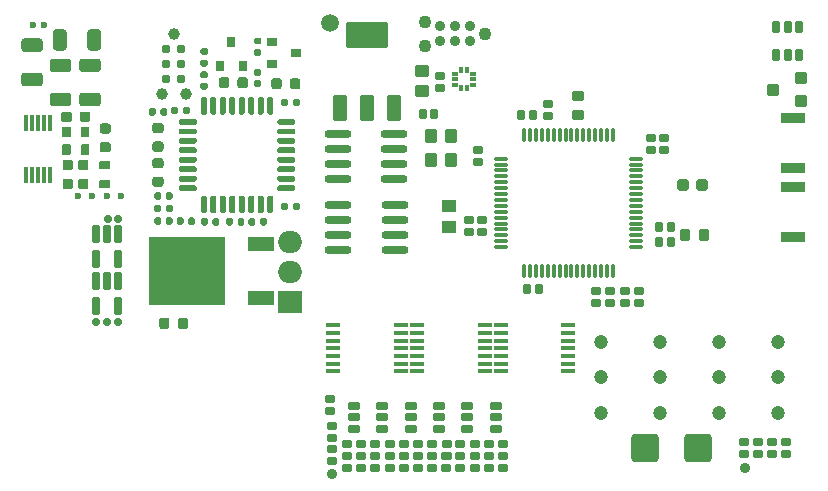
<source format=gts>
G75*
G70*
%OFA0B0*%
%FSLAX25Y25*%
%IPPOS*%
%LPD*%
%AMOC8*
5,1,8,0,0,1.08239X$1,22.5*
%
%AMM16*
21,1,0.031500,0.018900,0.000000,0.000000,0.000000*
21,1,0.022840,0.027560,0.000000,0.000000,0.000000*
1,1,0.008660,0.011420,-0.009450*
1,1,0.008660,-0.011420,-0.009450*
1,1,0.008660,-0.011420,0.009450*
1,1,0.008660,0.011420,0.009450*
%
%AMM17*
21,1,0.031500,0.030710,0.000000,0.000000,0.000000*
21,1,0.022050,0.040160,0.000000,0.000000,0.000000*
1,1,0.009450,0.011020,-0.015350*
1,1,0.009450,-0.011020,-0.015350*
1,1,0.009450,-0.011020,0.015350*
1,1,0.009450,0.011020,0.015350*
%
%AMM18*
21,1,0.031500,0.018900,0.000000,0.000000,90.000000*
21,1,0.022840,0.027560,0.000000,0.000000,90.000000*
1,1,0.008660,0.009450,0.011420*
1,1,0.008660,0.009450,-0.011420*
1,1,0.008660,-0.009450,-0.011420*
1,1,0.008660,-0.009450,0.011420*
%
%AMM19*
21,1,0.037400,0.026770,0.000000,0.000000,0.000000*
21,1,0.026770,0.037400,0.000000,0.000000,0.000000*
1,1,0.010630,0.013390,-0.013390*
1,1,0.010630,-0.013390,-0.013390*
1,1,0.010630,-0.013390,0.013390*
1,1,0.010630,0.013390,0.013390*
%
%AMM20*
21,1,0.031500,0.030710,0.000000,0.000000,90.000000*
21,1,0.022050,0.040160,0.000000,0.000000,90.000000*
1,1,0.009450,0.015350,0.011020*
1,1,0.009450,0.015350,-0.011020*
1,1,0.009450,-0.015350,-0.011020*
1,1,0.009450,-0.015350,0.011020*
%
%AMM21*
21,1,0.039370,0.030320,0.000000,0.000000,90.000000*
21,1,0.028350,0.041340,0.000000,0.000000,90.000000*
1,1,0.011020,0.015160,0.014170*
1,1,0.011020,0.015160,-0.014170*
1,1,0.011020,-0.015160,-0.014170*
1,1,0.011020,-0.015160,0.014170*
%
%AMM22*
21,1,0.047240,0.075980,0.000000,0.000000,0.000000*
21,1,0.034650,0.088580,0.000000,0.000000,0.000000*
1,1,0.012600,0.017320,-0.037990*
1,1,0.012600,-0.017320,-0.037990*
1,1,0.012600,-0.017320,0.037990*
1,1,0.012600,0.017320,0.037990*
%
%AMM23*
21,1,0.047240,0.075990,0.000000,0.000000,0.000000*
21,1,0.034650,0.088580,0.000000,0.000000,0.000000*
1,1,0.012600,0.017320,-0.037990*
1,1,0.012600,-0.017320,-0.037990*
1,1,0.012600,-0.017320,0.037990*
1,1,0.012600,0.017320,0.037990*
%
%AMM24*
21,1,0.141730,0.067720,0.000000,0.000000,0.000000*
21,1,0.120870,0.088580,0.000000,0.000000,0.000000*
1,1,0.020870,0.060430,-0.033860*
1,1,0.020870,-0.060430,-0.033860*
1,1,0.020870,-0.060430,0.033860*
1,1,0.020870,0.060430,0.033860*
%
%AMM25*
21,1,0.043310,0.035430,0.000000,0.000000,0.000000*
21,1,0.031500,0.047240,0.000000,0.000000,0.000000*
1,1,0.011810,0.015750,-0.017720*
1,1,0.011810,-0.015750,-0.017720*
1,1,0.011810,-0.015750,0.017720*
1,1,0.011810,0.015750,0.017720*
%
%AMM26*
21,1,0.027560,0.030710,0.000000,0.000000,180.000000*
21,1,0.018900,0.039370,0.000000,0.000000,180.000000*
1,1,0.008660,-0.009450,0.015350*
1,1,0.008660,0.009450,0.015350*
1,1,0.008660,0.009450,-0.015350*
1,1,0.008660,-0.009450,-0.015350*
%
%AMM27*
21,1,0.027560,0.030710,0.000000,0.000000,270.000000*
21,1,0.018900,0.039370,0.000000,0.000000,270.000000*
1,1,0.008660,-0.015350,-0.009450*
1,1,0.008660,-0.015350,0.009450*
1,1,0.008660,0.015350,0.009450*
1,1,0.008660,0.015350,-0.009450*
%
%AMM28*
21,1,0.090550,0.073230,0.000000,0.000000,180.000000*
21,1,0.069290,0.094490,0.000000,0.000000,180.000000*
1,1,0.021260,-0.034650,0.036610*
1,1,0.021260,0.034650,0.036610*
1,1,0.021260,0.034650,-0.036610*
1,1,0.021260,-0.034650,-0.036610*
%
%AMM29*
21,1,0.035430,0.072440,0.000000,0.000000,90.000000*
21,1,0.025200,0.082680,0.000000,0.000000,90.000000*
1,1,0.010240,0.036220,0.012600*
1,1,0.010240,0.036220,-0.012600*
1,1,0.010240,-0.036220,-0.012600*
1,1,0.010240,-0.036220,0.012600*
%
%AMM30*
21,1,0.043310,0.035430,0.000000,0.000000,270.000000*
21,1,0.031500,0.047240,0.000000,0.000000,270.000000*
1,1,0.011810,-0.017720,-0.015750*
1,1,0.011810,-0.017720,0.015750*
1,1,0.011810,0.017720,0.015750*
1,1,0.011810,0.017720,-0.015750*
%
%AMM87*
21,1,0.027170,0.052760,0.000000,-0.000000,180.000000*
21,1,0.017320,0.062600,0.000000,-0.000000,180.000000*
1,1,0.009840,-0.008660,0.026380*
1,1,0.009840,0.008660,0.026380*
1,1,0.009840,0.008660,-0.026380*
1,1,0.009840,-0.008660,-0.026380*
%
%ADD10C,0.02362*%
%ADD100C,0.04294*%
%ADD101C,0.05906*%
%ADD138R,0.03543X0.03150*%
%ADD140C,0.05118*%
%ADD142R,0.03150X0.03543*%
%ADD172C,0.02913*%
%ADD180R,0.08661X0.04724*%
%ADD181R,0.25197X0.22835*%
%ADD182R,0.07874X0.07500*%
%ADD183O,0.07874X0.07500*%
%ADD187R,0.01181X0.05512*%
%ADD209M87*%
%ADD68C,0.03100*%
%ADD73C,0.03900*%
%ADD75M16*%
%ADD76R,0.04724X0.04331*%
%ADD77M17*%
%ADD78M18*%
%ADD79O,0.05118X0.01378*%
%ADD80O,0.01378X0.05118*%
%ADD81M19*%
%ADD82M20*%
%ADD83O,0.09055X0.02756*%
%ADD84M21*%
%ADD85M22*%
%ADD86M23*%
%ADD87M24*%
%ADD88M25*%
%ADD89M26*%
%ADD90C,0.03494*%
%ADD91M27*%
%ADD92M28*%
%ADD93C,0.03543*%
%ADD94M29*%
%ADD95O,0.04724X0.01575*%
%ADD96R,0.01870X0.01772*%
%ADD97R,0.01772X0.01870*%
%ADD98M30*%
%ADD99C,0.04724*%
X0000000Y0000000D02*
%LPD*%
G01*
D10*
X0118819Y0211929D03*
X0114094Y0211929D03*
X0123543Y0211929D03*
X0128268Y0211929D03*
X0102835Y0268720D03*
X0098898Y0268720D03*
X0127480Y0170000D03*
X0123740Y0170000D03*
X0120000Y0170000D03*
X0123937Y0204252D03*
X0127480Y0204252D03*
X0193858Y0116063D02*
G01*
G75*
D75*
X0244252Y0203858D02*
D03*
X0244252Y0199921D02*
D03*
X0198582Y0127480D02*
D03*
X0198582Y0123543D02*
D03*
X0345433Y0129843D02*
D03*
X0345433Y0125906D02*
D03*
X0336181Y0125946D02*
D03*
X0336181Y0129883D02*
D03*
X0340708Y0129883D02*
D03*
X0340708Y0125946D02*
D03*
X0247303Y0223150D02*
D03*
X0247303Y0227087D02*
D03*
X0300997Y0176102D02*
D03*
X0300997Y0180039D02*
D03*
X0248779Y0199921D02*
D03*
X0248779Y0203858D02*
D03*
X0296220Y0176102D02*
D03*
X0296220Y0180039D02*
D03*
X0291496Y0180039D02*
D03*
X0291496Y0176102D02*
D03*
X0286771Y0180039D02*
D03*
X0286771Y0176102D02*
D03*
X0270630Y0238563D02*
D03*
X0270630Y0242500D02*
D03*
X0305079Y0231220D02*
D03*
X0305079Y0227284D02*
D03*
X0309409Y0227284D02*
D03*
X0309409Y0231220D02*
D03*
X0241496Y0125118D02*
D03*
X0241496Y0121181D02*
D03*
X0255669Y0125118D02*
D03*
X0255669Y0121181D02*
D03*
X0349960Y0129843D02*
D03*
X0349960Y0125906D02*
D03*
X0198189Y0144213D02*
D03*
X0198189Y0140276D02*
D03*
X0203701Y0125118D02*
D03*
X0203701Y0129055D02*
D03*
X0208425Y0125118D02*
D03*
X0208425Y0129055D02*
D03*
X0213149Y0125118D02*
D03*
X0213149Y0129055D02*
D03*
X0217874Y0125118D02*
D03*
X0217874Y0129055D02*
D03*
X0203701Y0125118D02*
D03*
X0203701Y0121181D02*
D03*
X0208425Y0125118D02*
D03*
X0208425Y0121181D02*
D03*
X0213149Y0125118D02*
D03*
X0213149Y0121181D02*
D03*
X0217874Y0125118D02*
D03*
X0217874Y0121181D02*
D03*
X0222598Y0125118D02*
D03*
X0222598Y0129055D02*
D03*
X0227323Y0125118D02*
D03*
X0227323Y0129055D02*
D03*
X0232047Y0125118D02*
D03*
X0232047Y0129055D02*
D03*
X0236889Y0125118D02*
D03*
X0236889Y0129055D02*
D03*
X0222598Y0125118D02*
D03*
X0222598Y0121181D02*
D03*
X0227323Y0125118D02*
D03*
X0227323Y0121181D02*
D03*
X0232047Y0125118D02*
D03*
X0232047Y0121181D02*
D03*
X0236771Y0125118D02*
D03*
X0236771Y0121181D02*
D03*
X0241496Y0125118D02*
D03*
X0241496Y0129055D02*
D03*
X0246220Y0125118D02*
D03*
X0246220Y0129055D02*
D03*
X0250945Y0125118D02*
D03*
X0250945Y0129055D02*
D03*
X0255669Y0125118D02*
D03*
X0255669Y0129055D02*
D03*
X0246220Y0125118D02*
D03*
X0246220Y0121181D02*
D03*
X0250945Y0125118D02*
D03*
X0250945Y0121181D02*
D03*
X0198582Y0135157D02*
D03*
X0198582Y0131220D02*
D03*
X0234803Y0247953D02*
D03*
X0234803Y0251890D02*
D03*
D76*
X0237756Y0201693D02*
D03*
X0237756Y0208386D02*
D03*
D77*
X0316299Y0198740D02*
D03*
X0322598Y0198740D02*
D03*
D78*
X0263740Y0181024D02*
D03*
X0267677Y0181024D02*
D03*
X0265708Y0238898D02*
D03*
X0261771Y0238898D02*
D03*
X0311771Y0196378D02*
D03*
X0307834Y0196378D02*
D03*
X0311771Y0201496D02*
D03*
X0307834Y0201496D02*
D03*
X0228897Y0239291D02*
D03*
X0232834Y0239291D02*
D03*
D79*
X0254882Y0224331D02*
D03*
X0254882Y0222362D02*
D03*
X0254882Y0220394D02*
D03*
X0254882Y0218425D02*
D03*
X0254882Y0216457D02*
D03*
X0254882Y0214488D02*
D03*
X0254882Y0212520D02*
D03*
X0254882Y0210551D02*
D03*
X0254882Y0208583D02*
D03*
X0254882Y0206614D02*
D03*
X0254882Y0204646D02*
D03*
X0254882Y0202677D02*
D03*
X0254882Y0200709D02*
D03*
X0254882Y0198740D02*
D03*
X0254882Y0196772D02*
D03*
X0254882Y0194803D02*
D03*
X0300157Y0194803D02*
D03*
X0300157Y0196772D02*
D03*
X0300157Y0198740D02*
D03*
X0300157Y0200709D02*
D03*
X0300157Y0202677D02*
D03*
X0300157Y0204646D02*
D03*
X0300157Y0206614D02*
D03*
X0300157Y0208583D02*
D03*
X0300157Y0210551D02*
D03*
X0300157Y0212520D02*
D03*
X0300157Y0214488D02*
D03*
X0300157Y0216457D02*
D03*
X0300157Y0218425D02*
D03*
X0300157Y0220394D02*
D03*
X0300157Y0222362D02*
D03*
X0300157Y0224331D02*
D03*
D80*
X0262756Y0186929D02*
D03*
X0264724Y0186929D02*
D03*
X0266693Y0186929D02*
D03*
X0268661Y0186929D02*
D03*
X0270630Y0186929D02*
D03*
X0272598Y0186929D02*
D03*
X0274567Y0186929D02*
D03*
X0276535Y0186929D02*
D03*
X0278504Y0186929D02*
D03*
X0280472Y0186929D02*
D03*
X0282441Y0186929D02*
D03*
X0284409Y0186929D02*
D03*
X0286378Y0186929D02*
D03*
X0288346Y0186929D02*
D03*
X0290315Y0186929D02*
D03*
X0292283Y0186929D02*
D03*
X0292283Y0232205D02*
D03*
X0290315Y0232205D02*
D03*
X0288346Y0232205D02*
D03*
X0286378Y0232205D02*
D03*
X0284409Y0232205D02*
D03*
X0282441Y0232205D02*
D03*
X0280472Y0232205D02*
D03*
X0278504Y0232205D02*
D03*
X0276535Y0232205D02*
D03*
X0274567Y0232205D02*
D03*
X0272598Y0232205D02*
D03*
X0270630Y0232205D02*
D03*
X0268661Y0232205D02*
D03*
X0266693Y0232205D02*
D03*
X0264724Y0232205D02*
D03*
X0262756Y0232205D02*
D03*
D81*
X0315708Y0215669D02*
D03*
X0321929Y0215669D02*
D03*
D82*
X0280669Y0245197D02*
D03*
X0280669Y0238898D02*
D03*
D83*
X0219646Y0193996D02*
D03*
X0219646Y0198996D02*
D03*
X0219646Y0203996D02*
D03*
X0219646Y0208996D02*
D03*
X0200748Y0193996D02*
D03*
X0200748Y0198996D02*
D03*
X0200748Y0203996D02*
D03*
X0200748Y0208996D02*
D03*
X0200551Y0232620D02*
D03*
X0200551Y0227620D02*
D03*
X0200551Y0222620D02*
D03*
X0200551Y0217620D02*
D03*
X0219449Y0232620D02*
D03*
X0219449Y0227620D02*
D03*
X0219449Y0222620D02*
D03*
X0219449Y0217620D02*
D03*
D84*
X0354888Y0243575D02*
D03*
X0345636Y0247315D02*
D03*
D84*
X0354888Y0251055D02*
D03*
D85*
X0201338Y0241260D02*
D03*
X0219449Y0241260D02*
D03*
D86*
X0210393Y0241260D02*
D03*
D87*
X0210393Y0265669D02*
D03*
D88*
X0231653Y0232008D02*
D03*
X0238346Y0232008D02*
D03*
X0231653Y0223740D02*
D03*
X0238346Y0223740D02*
D03*
D89*
X0354289Y0268202D02*
D03*
X0350549Y0268202D02*
D03*
X0346808Y0268202D02*
D03*
X0346808Y0258753D02*
D03*
X0350549Y0258753D02*
D03*
X0354289Y0258753D02*
D03*
D90*
X0244606Y0268504D02*
D03*
X0244606Y0263504D02*
D03*
X0239606Y0268504D02*
D03*
X0239606Y0263504D02*
D03*
X0234606Y0268504D02*
D03*
X0234606Y0263504D02*
D03*
D91*
X0253307Y0141850D02*
D03*
X0253307Y0138110D02*
D03*
X0253307Y0134370D02*
D03*
X0243858Y0134370D02*
D03*
X0243858Y0138110D02*
D03*
X0243858Y0141850D02*
D03*
X0215512Y0141850D02*
D03*
X0215512Y0138110D02*
D03*
X0215512Y0134370D02*
D03*
X0206063Y0134370D02*
D03*
X0206063Y0138110D02*
D03*
X0206063Y0141850D02*
D03*
X0234409Y0141850D02*
D03*
X0234409Y0138110D02*
D03*
X0234409Y0134370D02*
D03*
X0224960Y0134370D02*
D03*
X0224960Y0138110D02*
D03*
X0224960Y0141850D02*
D03*
D92*
X0320827Y0127874D02*
D03*
X0303110Y0127874D02*
D03*
D93*
X0336260Y0121181D02*
D03*
X0198582Y0119213D02*
D03*
D94*
X0352519Y0237716D02*
D03*
X0352519Y0221181D02*
D03*
X0352519Y0198347D02*
D03*
X0352519Y0214882D02*
D03*
D95*
X0249567Y0153465D02*
D03*
X0249567Y0156024D02*
D03*
X0249567Y0158583D02*
D03*
X0249567Y0161142D02*
D03*
X0249567Y0163701D02*
D03*
X0249567Y0166260D02*
D03*
X0249567Y0168819D02*
D03*
X0227126Y0153465D02*
D03*
X0227126Y0156024D02*
D03*
X0227126Y0158583D02*
D03*
X0227126Y0161142D02*
D03*
X0227126Y0163701D02*
D03*
X0227126Y0166260D02*
D03*
X0227126Y0168819D02*
D03*
X0221614Y0153465D02*
D03*
X0221614Y0156024D02*
D03*
X0221614Y0158583D02*
D03*
X0221614Y0161142D02*
D03*
X0221614Y0163701D02*
D03*
X0221614Y0166260D02*
D03*
X0221614Y0168819D02*
D03*
X0199173Y0153465D02*
D03*
X0199173Y0156024D02*
D03*
X0199173Y0158583D02*
D03*
X0199173Y0161142D02*
D03*
X0199173Y0163701D02*
D03*
X0199173Y0166260D02*
D03*
X0199173Y0168819D02*
D03*
X0277519Y0153465D02*
D03*
X0277519Y0156024D02*
D03*
X0277519Y0158583D02*
D03*
X0277519Y0161142D02*
D03*
X0277519Y0163701D02*
D03*
X0277519Y0166260D02*
D03*
X0277519Y0168819D02*
D03*
X0255079Y0153465D02*
D03*
X0255079Y0156024D02*
D03*
X0255079Y0158583D02*
D03*
X0255079Y0161142D02*
D03*
X0255079Y0163701D02*
D03*
X0255079Y0166260D02*
D03*
X0255079Y0168819D02*
D03*
D96*
X0239675Y0248740D02*
D03*
X0239675Y0250709D02*
D03*
X0239675Y0252677D02*
D03*
X0245679Y0252677D02*
D03*
X0245679Y0250709D02*
D03*
X0245679Y0248740D02*
D03*
D97*
X0241693Y0253711D02*
D03*
X0243661Y0253711D02*
D03*
X0243661Y0247707D02*
D03*
X0241693Y0247707D02*
D03*
D98*
X0228799Y0246772D02*
D03*
X0228799Y0253465D02*
D03*
D99*
X0327716Y0151496D02*
D03*
X0347401Y0151496D02*
D03*
X0288346Y0139685D02*
D03*
X0308031Y0151496D02*
D03*
X0288346Y0151496D02*
D03*
X0347401Y0163307D02*
D03*
X0327716Y0163307D02*
D03*
X0308031Y0163307D02*
D03*
X0288346Y0163307D02*
D03*
X0308031Y0139685D02*
D03*
X0347401Y0139685D02*
D03*
X0327716Y0139685D02*
D03*
D100*
X0249606Y0266004D02*
D03*
X0229606Y0262004D02*
D03*
X0229606Y0270004D02*
D03*
D101*
X0198189Y0269606D02*
D03*
X0135157Y0270197D02*
%LPD*%
G01*
G36*
G01*
X0170866Y0202589D02*
X0170866Y0203947D01*
G75*
G02*
X0171446Y0204528I0000581J0000000D01*
G01*
X0172608Y0204528D01*
G75*
G02*
X0173188Y0203947I0000000J-000581D01*
G01*
X0173188Y0202589D01*
G75*
G02*
X0172608Y0202008I-000581J0000000D01*
G01*
X0171446Y0202008D01*
G75*
G02*
X0170866Y0202589I0000000J0000581D01*
G01*
G37*
G36*
G01*
X0174685Y0202589D02*
X0174685Y0203947D01*
G75*
G02*
X0175265Y0204528I0000581J0000000D01*
G01*
X0176427Y0204528D01*
G75*
G02*
X0177007Y0203947I0000000J-000581D01*
G01*
X0177007Y0202589D01*
G75*
G02*
X0176427Y0202008I-000581J0000000D01*
G01*
X0175265Y0202008D01*
G75*
G02*
X0174685Y0202589I0000000J0000581D01*
G01*
G37*
G36*
G01*
X0155442Y0261162D02*
X0156801Y0261162D01*
G75*
G02*
X0157381Y0260581I0000000J-000581D01*
G01*
X0157381Y0259419D01*
G75*
G02*
X0156801Y0258839I-000581J0000000D01*
G01*
X0155442Y0258839D01*
G75*
G02*
X0154862Y0259419I0000000J0000581D01*
G01*
X0154862Y0260581D01*
G75*
G02*
X0155442Y0261162I0000581J0000000D01*
G01*
G37*
G36*
G01*
X0155442Y0257343D02*
X0156801Y0257343D01*
G75*
G02*
X0157381Y0256762I0000000J-000581D01*
G01*
X0157381Y0255601D01*
G75*
G02*
X0156801Y0255020I-000581J0000000D01*
G01*
X0155442Y0255020D01*
G75*
G02*
X0154862Y0255601I0000000J0000581D01*
G01*
X0154862Y0256762D01*
G75*
G02*
X0155442Y0257343I0000581J0000000D01*
G01*
G37*
G36*
G01*
X0170639Y0250635D02*
X0170639Y0248617D01*
G75*
G02*
X0169778Y0247756I-000861J0000000D01*
G01*
X0168056Y0247756D01*
G75*
G02*
X0167194Y0248617I0000000J0000861D01*
G01*
X0167194Y0250635D01*
G75*
G02*
X0168056Y0251496I0000861J0000000D01*
G01*
X0169778Y0251496D01*
G75*
G02*
X0170639Y0250635I0000000J-000861D01*
G01*
G37*
G36*
G01*
X0164438Y0250635D02*
X0164438Y0248617D01*
G75*
G02*
X0163577Y0247756I-000861J0000000D01*
G01*
X0161855Y0247756D01*
G75*
G02*
X0160994Y0248617I0000000J0000861D01*
G01*
X0160994Y0250635D01*
G75*
G02*
X0161855Y0251496I0000861J0000000D01*
G01*
X0163577Y0251496D01*
G75*
G02*
X0164438Y0250635I0000000J-000861D01*
G01*
G37*
G36*
G01*
X0145610Y0204144D02*
X0145610Y0202786D01*
G75*
G02*
X0145029Y0202205I-000581J0000000D01*
G01*
X0143868Y0202205D01*
G75*
G02*
X0143287Y0202786I0000000J0000581D01*
G01*
X0143287Y0204144D01*
G75*
G02*
X0143868Y0204725I0000581J0000000D01*
G01*
X0145029Y0204725D01*
G75*
G02*
X0145610Y0204144I0000000J-000581D01*
G01*
G37*
G36*
G01*
X0141791Y0204144D02*
X0141791Y0202786D01*
G75*
G02*
X0141210Y0202205I-000581J0000000D01*
G01*
X0140049Y0202205D01*
G75*
G02*
X0139468Y0202786I0000000J0000581D01*
G01*
X0139468Y0204144D01*
G75*
G02*
X0140049Y0204725I0000581J0000000D01*
G01*
X0141210Y0204725D01*
G75*
G02*
X0141791Y0204144I0000000J-000581D01*
G01*
G37*
D142*
X0161437Y0255335D03*
X0168917Y0255335D03*
X0165177Y0263209D03*
G36*
G01*
X0145610Y0208327D02*
X0145610Y0206969D01*
G75*
G02*
X0145029Y0206388I-000581J0000000D01*
G01*
X0143868Y0206388D01*
G75*
G02*
X0143287Y0206969I0000000J0000581D01*
G01*
X0143287Y0208327D01*
G75*
G02*
X0143868Y0208908I0000581J0000000D01*
G01*
X0145029Y0208908D01*
G75*
G02*
X0145610Y0208327I0000000J-000581D01*
G01*
G37*
G36*
G01*
X0141791Y0208327D02*
X0141791Y0206969D01*
G75*
G02*
X0141210Y0206388I-000581J0000000D01*
G01*
X0140049Y0206388D01*
G75*
G02*
X0139468Y0206969I0000000J0000581D01*
G01*
X0139468Y0208327D01*
G75*
G02*
X0140049Y0208908I0000581J0000000D01*
G01*
X0141210Y0208908D01*
G75*
G02*
X0141791Y0208327I0000000J-000581D01*
G01*
G37*
G36*
G01*
X0169527Y0203947D02*
X0169527Y0202589D01*
G75*
G02*
X0168946Y0202008I-000581J0000000D01*
G01*
X0167785Y0202008D01*
G75*
G02*
X0167204Y0202589I0000000J0000581D01*
G01*
X0167204Y0203947D01*
G75*
G02*
X0167785Y0204528I0000581J0000000D01*
G01*
X0168946Y0204528D01*
G75*
G02*
X0169527Y0203947I0000000J-000581D01*
G01*
G37*
G36*
G01*
X0165708Y0203947D02*
X0165708Y0202589D01*
G75*
G02*
X0165127Y0202008I-000581J0000000D01*
G01*
X0163966Y0202008D01*
G75*
G02*
X0163385Y0202589I0000000J0000581D01*
G01*
X0163385Y0203947D01*
G75*
G02*
X0163966Y0204528I0000581J0000000D01*
G01*
X0165127Y0204528D01*
G75*
G02*
X0165708Y0203947I0000000J-000581D01*
G01*
G37*
G36*
G01*
X0181791Y0207707D02*
X0181791Y0209065D01*
G75*
G02*
X0182372Y0209646I0000581J0000000D01*
G01*
X0183533Y0209646D01*
G75*
G02*
X0184114Y0209065I0000000J-000581D01*
G01*
X0184114Y0207707D01*
G75*
G02*
X0183533Y0207126I-000581J0000000D01*
G01*
X0182372Y0207126D01*
G75*
G02*
X0181791Y0207707I0000000J0000581D01*
G01*
G37*
G36*
G01*
X0185610Y0207707D02*
X0185610Y0209065D01*
G75*
G02*
X0186190Y0209646I0000581J0000000D01*
G01*
X0187352Y0209646D01*
G75*
G02*
X0187933Y0209065I0000000J-000581D01*
G01*
X0187933Y0207707D01*
G75*
G02*
X0187352Y0207126I-000581J0000000D01*
G01*
X0186190Y0207126D01*
G75*
G02*
X0185610Y0207707I0000000J0000581D01*
G01*
G37*
G36*
G01*
X0155019Y0202589D02*
X0155019Y0203947D01*
G75*
G02*
X0155600Y0204528I0000581J0000000D01*
G01*
X0156761Y0204528D01*
G75*
G02*
X0157342Y0203947I0000000J-000581D01*
G01*
X0157342Y0202589D01*
G75*
G02*
X0156761Y0202008I-000581J0000000D01*
G01*
X0155600Y0202008D01*
G75*
G02*
X0155019Y0202589I0000000J0000581D01*
G01*
G37*
G36*
G01*
X0158838Y0202589D02*
X0158838Y0203947D01*
G75*
G02*
X0159419Y0204528I0000581J0000000D01*
G01*
X0160580Y0204528D01*
G75*
G02*
X0161161Y0203947I0000000J-000581D01*
G01*
X0161161Y0202589D01*
G75*
G02*
X0160580Y0202008I-000581J0000000D01*
G01*
X0159419Y0202008D01*
G75*
G02*
X0158838Y0202589I0000000J0000581D01*
G01*
G37*
G36*
G01*
X0181791Y0242353D02*
X0181791Y0243711D01*
G75*
G02*
X0182372Y0244291I0000581J0000000D01*
G01*
X0183533Y0244291D01*
G75*
G02*
X0184114Y0243711I0000000J-000581D01*
G01*
X0184114Y0242353D01*
G75*
G02*
X0183533Y0241772I-000581J0000000D01*
G01*
X0182372Y0241772D01*
G75*
G02*
X0181791Y0242353I0000000J0000581D01*
G01*
G37*
G36*
G01*
X0185610Y0242353D02*
X0185610Y0243711D01*
G75*
G02*
X0186190Y0244291I0000581J0000000D01*
G01*
X0187352Y0244291D01*
G75*
G02*
X0187933Y0243711I0000000J-000581D01*
G01*
X0187933Y0242353D01*
G75*
G02*
X0187352Y0241772I-000581J0000000D01*
G01*
X0186190Y0241772D01*
G75*
G02*
X0185610Y0242353I0000000J0000581D01*
G01*
G37*
D180*
X0175118Y0177914D03*
D140*
X0146771Y0179016D03*
X0158582Y0186890D03*
X0146771Y0194764D03*
D181*
X0150314Y0186890D03*
D180*
X0175118Y0195866D03*
G36*
G01*
X0155344Y0253386D02*
X0156702Y0253386D01*
G75*
G02*
X0157283Y0252805I0000000J-000581D01*
G01*
X0157283Y0251644D01*
G75*
G02*
X0156702Y0251063I-000581J0000000D01*
G01*
X0155344Y0251063D01*
G75*
G02*
X0154763Y0251644I0000000J0000581D01*
G01*
X0154763Y0252805D01*
G75*
G02*
X0155344Y0253386I0000581J0000000D01*
G01*
G37*
G36*
G01*
X0155344Y0249567D02*
X0156702Y0249567D01*
G75*
G02*
X0157283Y0248986I0000000J-000581D01*
G01*
X0157283Y0247825D01*
G75*
G02*
X0156702Y0247244I-000581J0000000D01*
G01*
X0155344Y0247244D01*
G75*
G02*
X0154763Y0247825I0000000J0000581D01*
G01*
X0154763Y0248986D01*
G75*
G02*
X0155344Y0249567I0000581J0000000D01*
G01*
G37*
G36*
G01*
X0141678Y0214882D02*
X0139660Y0214882D01*
G75*
G02*
X0138799Y0215743I0000000J0000861D01*
G01*
X0138799Y0217466D01*
G75*
G02*
X0139660Y0218327I0000861J0000000D01*
G01*
X0141678Y0218327D01*
G75*
G02*
X0142539Y0217466I0000000J-000861D01*
G01*
X0142539Y0215743D01*
G75*
G02*
X0141678Y0214882I-000861J0000000D01*
G01*
G37*
G36*
G01*
X0141678Y0221083D02*
X0139660Y0221083D01*
G75*
G02*
X0138799Y0221944I0000000J0000861D01*
G01*
X0138799Y0223666D01*
G75*
G02*
X0139660Y0224528I0000861J0000000D01*
G01*
X0141678Y0224528D01*
G75*
G02*
X0142539Y0223666I0000000J-000861D01*
G01*
X0142539Y0221944D01*
G75*
G02*
X0141678Y0221083I-000861J0000000D01*
G01*
G37*
G36*
G01*
X0145610Y0212510D02*
X0145610Y0211152D01*
G75*
G02*
X0145029Y0210571I-000581J0000000D01*
G01*
X0143868Y0210571D01*
G75*
G02*
X0143287Y0211152I0000000J0000581D01*
G01*
X0143287Y0212510D01*
G75*
G02*
X0143868Y0213091I0000581J0000000D01*
G01*
X0145029Y0213091D01*
G75*
G02*
X0145610Y0212510I0000000J-000581D01*
G01*
G37*
G36*
G01*
X0141791Y0212510D02*
X0141791Y0211152D01*
G75*
G02*
X0141210Y0210571I-000581J0000000D01*
G01*
X0140049Y0210571D01*
G75*
G02*
X0139468Y0211152I0000000J0000581D01*
G01*
X0139468Y0212510D01*
G75*
G02*
X0140049Y0213091I0000581J0000000D01*
G01*
X0141210Y0213091D01*
G75*
G02*
X0141791Y0212510I0000000J-000581D01*
G01*
G37*
G36*
G01*
X0141063Y0168401D02*
X0141063Y0170418D01*
G75*
G02*
X0141924Y0171280I0000861J0000000D01*
G01*
X0143646Y0171280D01*
G75*
G02*
X0144507Y0170418I0000000J-000861D01*
G01*
X0144507Y0168401D01*
G75*
G02*
X0143646Y0167540I-000861J0000000D01*
G01*
X0141924Y0167540D01*
G75*
G02*
X0141063Y0168401I0000000J0000861D01*
G01*
G37*
G36*
G01*
X0147263Y0168401D02*
X0147263Y0170418D01*
G75*
G02*
X0148125Y0171280I0000861J0000000D01*
G01*
X0149847Y0171280D01*
G75*
G02*
X0150708Y0170418I0000000J-000861D01*
G01*
X0150708Y0168401D01*
G75*
G02*
X0149847Y0167540I-000861J0000000D01*
G01*
X0148125Y0167540D01*
G75*
G02*
X0147263Y0168401I0000000J0000861D01*
G01*
G37*
G36*
G01*
X0139660Y0236240D02*
X0141678Y0236240D01*
G75*
G02*
X0142539Y0235379I0000000J-000861D01*
G01*
X0142539Y0233657D01*
G75*
G02*
X0141678Y0232795I-000861J0000000D01*
G01*
X0139660Y0232795D01*
G75*
G02*
X0138799Y0233657I0000000J0000861D01*
G01*
X0138799Y0235379D01*
G75*
G02*
X0139660Y0236240I0000861J0000000D01*
G01*
G37*
G36*
G01*
X0139660Y0230040D02*
X0141678Y0230040D01*
G75*
G02*
X0142539Y0229178I0000000J-000861D01*
G01*
X0142539Y0227456D01*
G75*
G02*
X0141678Y0226595I-000861J0000000D01*
G01*
X0139660Y0226595D01*
G75*
G02*
X0138799Y0227456I0000000J0000861D01*
G01*
X0138799Y0229178D01*
G75*
G02*
X0139660Y0230040I0000861J0000000D01*
G01*
G37*
G36*
G01*
X0143838Y0240561D02*
X0143838Y0239203D01*
G75*
G02*
X0143257Y0238622I-000581J0000000D01*
G01*
X0142096Y0238622D01*
G75*
G02*
X0141515Y0239203I0000000J0000581D01*
G01*
X0141515Y0240561D01*
G75*
G02*
X0142096Y0241142I0000581J0000000D01*
G01*
X0143257Y0241142D01*
G75*
G02*
X0143838Y0240561I0000000J-000581D01*
G01*
G37*
G36*
G01*
X0140019Y0240561D02*
X0140019Y0239203D01*
G75*
G02*
X0139438Y0238622I-000581J0000000D01*
G01*
X0138277Y0238622D01*
G75*
G02*
X0137696Y0239203I0000000J0000581D01*
G01*
X0137696Y0240561D01*
G75*
G02*
X0138277Y0241142I0000581J0000000D01*
G01*
X0139438Y0241142D01*
G75*
G02*
X0140019Y0240561I0000000J-000581D01*
G01*
G37*
G36*
G01*
X0156515Y0206122D02*
X0155531Y0206122D01*
G75*
G02*
X0155039Y0206614I0000000J0000492D01*
G01*
X0155039Y0211536D01*
G75*
G02*
X0155531Y0212028I0000492J0000000D01*
G01*
X0156515Y0212028D01*
G75*
G02*
X0157007Y0211536I0000000J-000492D01*
G01*
X0157007Y0206614D01*
G75*
G02*
X0156515Y0206122I-000492J0000000D01*
G01*
G37*
G36*
G01*
X0159665Y0206122D02*
X0158681Y0206122D01*
G75*
G02*
X0158188Y0206614I0000000J0000492D01*
G01*
X0158188Y0211536D01*
G75*
G02*
X0158681Y0212028I0000492J0000000D01*
G01*
X0159665Y0212028D01*
G75*
G02*
X0160157Y0211536I0000000J-000492D01*
G01*
X0160157Y0206614D01*
G75*
G02*
X0159665Y0206122I-000492J0000000D01*
G01*
G37*
G36*
G01*
X0162814Y0206122D02*
X0161830Y0206122D01*
G75*
G02*
X0161338Y0206614I0000000J0000492D01*
G01*
X0161338Y0211536D01*
G75*
G02*
X0161830Y0212028I0000492J0000000D01*
G01*
X0162814Y0212028D01*
G75*
G02*
X0163307Y0211536I0000000J-000492D01*
G01*
X0163307Y0206614D01*
G75*
G02*
X0162814Y0206122I-000492J0000000D01*
G01*
G37*
G36*
G01*
X0165964Y0206122D02*
X0164980Y0206122D01*
G75*
G02*
X0164488Y0206614I0000000J0000492D01*
G01*
X0164488Y0211536D01*
G75*
G02*
X0164980Y0212028I0000492J0000000D01*
G01*
X0165964Y0212028D01*
G75*
G02*
X0166456Y0211536I0000000J-000492D01*
G01*
X0166456Y0206614D01*
G75*
G02*
X0165964Y0206122I-000492J0000000D01*
G01*
G37*
G36*
G01*
X0169114Y0206122D02*
X0168129Y0206122D01*
G75*
G02*
X0167637Y0206614I0000000J0000492D01*
G01*
X0167637Y0211536D01*
G75*
G02*
X0168129Y0212028I0000492J0000000D01*
G01*
X0169114Y0212028D01*
G75*
G02*
X0169606Y0211536I0000000J-000492D01*
G01*
X0169606Y0206614D01*
G75*
G02*
X0169114Y0206122I-000492J0000000D01*
G01*
G37*
G36*
G01*
X0172263Y0206122D02*
X0171279Y0206122D01*
G75*
G02*
X0170787Y0206614I0000000J0000492D01*
G01*
X0170787Y0211536D01*
G75*
G02*
X0171279Y0212028I0000492J0000000D01*
G01*
X0172263Y0212028D01*
G75*
G02*
X0172755Y0211536I0000000J-000492D01*
G01*
X0172755Y0206614D01*
G75*
G02*
X0172263Y0206122I-000492J0000000D01*
G01*
G37*
G36*
G01*
X0175413Y0206122D02*
X0174429Y0206122D01*
G75*
G02*
X0173937Y0206614I0000000J0000492D01*
G01*
X0173937Y0211536D01*
G75*
G02*
X0174429Y0212028I0000492J0000000D01*
G01*
X0175413Y0212028D01*
G75*
G02*
X0175905Y0211536I0000000J-000492D01*
G01*
X0175905Y0206614D01*
G75*
G02*
X0175413Y0206122I-000492J0000000D01*
G01*
G37*
G36*
G01*
X0178563Y0206122D02*
X0177578Y0206122D01*
G75*
G02*
X0177086Y0206614I0000000J0000492D01*
G01*
X0177086Y0211536D01*
G75*
G02*
X0177578Y0212028I0000492J0000000D01*
G01*
X0178563Y0212028D01*
G75*
G02*
X0179055Y0211536I0000000J-000492D01*
G01*
X0179055Y0206614D01*
G75*
G02*
X0178563Y0206122I-000492J0000000D01*
G01*
G37*
G36*
G01*
X0185944Y0213504D02*
X0181023Y0213504D01*
G75*
G02*
X0180531Y0213996I0000000J0000492D01*
G01*
X0180531Y0214980D01*
G75*
G02*
X0181023Y0215473I0000492J0000000D01*
G01*
X0185944Y0215473D01*
G75*
G02*
X0186437Y0214980I0000000J-000492D01*
G01*
X0186437Y0213996D01*
G75*
G02*
X0185944Y0213504I-000492J0000000D01*
G01*
G37*
G36*
G01*
X0185944Y0216654D02*
X0181023Y0216654D01*
G75*
G02*
X0180531Y0217146I0000000J0000492D01*
G01*
X0180531Y0218130D01*
G75*
G02*
X0181023Y0218622I0000492J0000000D01*
G01*
X0185944Y0218622D01*
G75*
G02*
X0186437Y0218130I0000000J-000492D01*
G01*
X0186437Y0217146D01*
G75*
G02*
X0185944Y0216654I-000492J0000000D01*
G01*
G37*
G36*
G01*
X0185944Y0219803D02*
X0181023Y0219803D01*
G75*
G02*
X0180531Y0220295I0000000J0000492D01*
G01*
X0180531Y0221280D01*
G75*
G02*
X0181023Y0221772I0000492J0000000D01*
G01*
X0185944Y0221772D01*
G75*
G02*
X0186437Y0221280I0000000J-000492D01*
G01*
X0186437Y0220295D01*
G75*
G02*
X0185944Y0219803I-000492J0000000D01*
G01*
G37*
G36*
G01*
X0185944Y0222953D02*
X0181023Y0222953D01*
G75*
G02*
X0180531Y0223445I0000000J0000492D01*
G01*
X0180531Y0224429D01*
G75*
G02*
X0181023Y0224921I0000492J0000000D01*
G01*
X0185944Y0224921D01*
G75*
G02*
X0186437Y0224429I0000000J-000492D01*
G01*
X0186437Y0223445D01*
G75*
G02*
X0185944Y0222953I-000492J0000000D01*
G01*
G37*
G36*
G01*
X0185944Y0226103D02*
X0181023Y0226103D01*
G75*
G02*
X0180531Y0226595I0000000J0000492D01*
G01*
X0180531Y0227579D01*
G75*
G02*
X0181023Y0228071I0000492J0000000D01*
G01*
X0185944Y0228071D01*
G75*
G02*
X0186437Y0227579I0000000J-000492D01*
G01*
X0186437Y0226595D01*
G75*
G02*
X0185944Y0226103I-000492J0000000D01*
G01*
G37*
G36*
G01*
X0185944Y0229252D02*
X0181023Y0229252D01*
G75*
G02*
X0180531Y0229744I0000000J0000492D01*
G01*
X0180531Y0230728D01*
G75*
G02*
X0181023Y0231221I0000492J0000000D01*
G01*
X0185944Y0231221D01*
G75*
G02*
X0186437Y0230728I0000000J-000492D01*
G01*
X0186437Y0229744D01*
G75*
G02*
X0185944Y0229252I-000492J0000000D01*
G01*
G37*
G36*
G01*
X0185944Y0232402D02*
X0181023Y0232402D01*
G75*
G02*
X0180531Y0232894I0000000J0000492D01*
G01*
X0180531Y0233878D01*
G75*
G02*
X0181023Y0234370I0000492J0000000D01*
G01*
X0185944Y0234370D01*
G75*
G02*
X0186437Y0233878I0000000J-000492D01*
G01*
X0186437Y0232894D01*
G75*
G02*
X0185944Y0232402I-000492J0000000D01*
G01*
G37*
G36*
G01*
X0185944Y0235551D02*
X0181023Y0235551D01*
G75*
G02*
X0180531Y0236043I0000000J0000492D01*
G01*
X0180531Y0237028D01*
G75*
G02*
X0181023Y0237520I0000492J0000000D01*
G01*
X0185944Y0237520D01*
G75*
G02*
X0186437Y0237028I0000000J-000492D01*
G01*
X0186437Y0236043D01*
G75*
G02*
X0185944Y0235551I-000492J0000000D01*
G01*
G37*
G36*
G01*
X0178563Y0238996D02*
X0177578Y0238996D01*
G75*
G02*
X0177086Y0239488I0000000J0000492D01*
G01*
X0177086Y0244410D01*
G75*
G02*
X0177578Y0244902I0000492J0000000D01*
G01*
X0178563Y0244902D01*
G75*
G02*
X0179055Y0244410I0000000J-000492D01*
G01*
X0179055Y0239488D01*
G75*
G02*
X0178563Y0238996I-000492J0000000D01*
G01*
G37*
G36*
G01*
X0175413Y0238996D02*
X0174429Y0238996D01*
G75*
G02*
X0173937Y0239488I0000000J0000492D01*
G01*
X0173937Y0244410D01*
G75*
G02*
X0174429Y0244902I0000492J0000000D01*
G01*
X0175413Y0244902D01*
G75*
G02*
X0175905Y0244410I0000000J-000492D01*
G01*
X0175905Y0239488D01*
G75*
G02*
X0175413Y0238996I-000492J0000000D01*
G01*
G37*
G36*
G01*
X0172263Y0238996D02*
X0171279Y0238996D01*
G75*
G02*
X0170787Y0239488I0000000J0000492D01*
G01*
X0170787Y0244410D01*
G75*
G02*
X0171279Y0244902I0000492J0000000D01*
G01*
X0172263Y0244902D01*
G75*
G02*
X0172755Y0244410I0000000J-000492D01*
G01*
X0172755Y0239488D01*
G75*
G02*
X0172263Y0238996I-000492J0000000D01*
G01*
G37*
G36*
G01*
X0169114Y0238996D02*
X0168129Y0238996D01*
G75*
G02*
X0167637Y0239488I0000000J0000492D01*
G01*
X0167637Y0244410D01*
G75*
G02*
X0168129Y0244902I0000492J0000000D01*
G01*
X0169114Y0244902D01*
G75*
G02*
X0169606Y0244410I0000000J-000492D01*
G01*
X0169606Y0239488D01*
G75*
G02*
X0169114Y0238996I-000492J0000000D01*
G01*
G37*
G36*
G01*
X0165964Y0238996D02*
X0164980Y0238996D01*
G75*
G02*
X0164488Y0239488I0000000J0000492D01*
G01*
X0164488Y0244410D01*
G75*
G02*
X0164980Y0244902I0000492J0000000D01*
G01*
X0165964Y0244902D01*
G75*
G02*
X0166456Y0244410I0000000J-000492D01*
G01*
X0166456Y0239488D01*
G75*
G02*
X0165964Y0238996I-000492J0000000D01*
G01*
G37*
G36*
G01*
X0162814Y0238996D02*
X0161830Y0238996D01*
G75*
G02*
X0161338Y0239488I0000000J0000492D01*
G01*
X0161338Y0244410D01*
G75*
G02*
X0161830Y0244902I0000492J0000000D01*
G01*
X0162814Y0244902D01*
G75*
G02*
X0163307Y0244410I0000000J-000492D01*
G01*
X0163307Y0239488D01*
G75*
G02*
X0162814Y0238996I-000492J0000000D01*
G01*
G37*
G36*
G01*
X0159665Y0238996D02*
X0158681Y0238996D01*
G75*
G02*
X0158188Y0239488I0000000J0000492D01*
G01*
X0158188Y0244410D01*
G75*
G02*
X0158681Y0244902I0000492J0000000D01*
G01*
X0159665Y0244902D01*
G75*
G02*
X0160157Y0244410I0000000J-000492D01*
G01*
X0160157Y0239488D01*
G75*
G02*
X0159665Y0238996I-000492J0000000D01*
G01*
G37*
G36*
G01*
X0156515Y0238996D02*
X0155531Y0238996D01*
G75*
G02*
X0155039Y0239488I0000000J0000492D01*
G01*
X0155039Y0244410D01*
G75*
G02*
X0155531Y0244902I0000492J0000000D01*
G01*
X0156515Y0244902D01*
G75*
G02*
X0157007Y0244410I0000000J-000492D01*
G01*
X0157007Y0239488D01*
G75*
G02*
X0156515Y0238996I-000492J0000000D01*
G01*
G37*
G36*
G01*
X0153070Y0235551D02*
X0148149Y0235551D01*
G75*
G02*
X0147657Y0236043I0000000J0000492D01*
G01*
X0147657Y0237028D01*
G75*
G02*
X0148149Y0237520I0000492J0000000D01*
G01*
X0153070Y0237520D01*
G75*
G02*
X0153563Y0237028I0000000J-000492D01*
G01*
X0153563Y0236043D01*
G75*
G02*
X0153070Y0235551I-000492J0000000D01*
G01*
G37*
G36*
G01*
X0153070Y0232402D02*
X0148149Y0232402D01*
G75*
G02*
X0147657Y0232894I0000000J0000492D01*
G01*
X0147657Y0233878D01*
G75*
G02*
X0148149Y0234370I0000492J0000000D01*
G01*
X0153070Y0234370D01*
G75*
G02*
X0153563Y0233878I0000000J-000492D01*
G01*
X0153563Y0232894D01*
G75*
G02*
X0153070Y0232402I-000492J0000000D01*
G01*
G37*
G36*
G01*
X0153070Y0229252D02*
X0148149Y0229252D01*
G75*
G02*
X0147657Y0229744I0000000J0000492D01*
G01*
X0147657Y0230728D01*
G75*
G02*
X0148149Y0231221I0000492J0000000D01*
G01*
X0153070Y0231221D01*
G75*
G02*
X0153563Y0230728I0000000J-000492D01*
G01*
X0153563Y0229744D01*
G75*
G02*
X0153070Y0229252I-000492J0000000D01*
G01*
G37*
G36*
G01*
X0153070Y0226103D02*
X0148149Y0226103D01*
G75*
G02*
X0147657Y0226595I0000000J0000492D01*
G01*
X0147657Y0227579D01*
G75*
G02*
X0148149Y0228071I0000492J0000000D01*
G01*
X0153070Y0228071D01*
G75*
G02*
X0153563Y0227579I0000000J-000492D01*
G01*
X0153563Y0226595D01*
G75*
G02*
X0153070Y0226103I-000492J0000000D01*
G01*
G37*
G36*
G01*
X0153070Y0222953D02*
X0148149Y0222953D01*
G75*
G02*
X0147657Y0223445I0000000J0000492D01*
G01*
X0147657Y0224429D01*
G75*
G02*
X0148149Y0224921I0000492J0000000D01*
G01*
X0153070Y0224921D01*
G75*
G02*
X0153563Y0224429I0000000J-000492D01*
G01*
X0153563Y0223445D01*
G75*
G02*
X0153070Y0222953I-000492J0000000D01*
G01*
G37*
G36*
G01*
X0153070Y0219803D02*
X0148149Y0219803D01*
G75*
G02*
X0147657Y0220295I0000000J0000492D01*
G01*
X0147657Y0221280D01*
G75*
G02*
X0148149Y0221772I0000492J0000000D01*
G01*
X0153070Y0221772D01*
G75*
G02*
X0153563Y0221280I0000000J-000492D01*
G01*
X0153563Y0220295D01*
G75*
G02*
X0153070Y0219803I-000492J0000000D01*
G01*
G37*
G36*
G01*
X0153070Y0216654D02*
X0148149Y0216654D01*
G75*
G02*
X0147657Y0217146I0000000J0000492D01*
G01*
X0147657Y0218130D01*
G75*
G02*
X0148149Y0218622I0000492J0000000D01*
G01*
X0153070Y0218622D01*
G75*
G02*
X0153563Y0218130I0000000J-000492D01*
G01*
X0153563Y0217146D01*
G75*
G02*
X0153070Y0216654I-000492J0000000D01*
G01*
G37*
G36*
G01*
X0153070Y0213504D02*
X0148149Y0213504D01*
G75*
G02*
X0147657Y0213996I0000000J0000492D01*
G01*
X0147657Y0214980D01*
G75*
G02*
X0148149Y0215473I0000492J0000000D01*
G01*
X0153070Y0215473D01*
G75*
G02*
X0153563Y0214980I0000000J-000492D01*
G01*
X0153563Y0213996D01*
G75*
G02*
X0153070Y0213504I-000492J0000000D01*
G01*
G37*
G36*
G01*
X0174616Y0248130D02*
X0173257Y0248130D01*
G75*
G02*
X0172677Y0248711I0000000J0000581D01*
G01*
X0172677Y0249872D01*
G75*
G02*
X0173257Y0250453I0000581J0000000D01*
G01*
X0174616Y0250453D01*
G75*
G02*
X0175196Y0249872I0000000J-000581D01*
G01*
X0175196Y0248711D01*
G75*
G02*
X0174616Y0248130I-000581J0000000D01*
G01*
G37*
G36*
G01*
X0174616Y0251949D02*
X0173257Y0251949D01*
G75*
G02*
X0172677Y0252530I0000000J0000581D01*
G01*
X0172677Y0253691D01*
G75*
G02*
X0173257Y0254272I0000581J0000000D01*
G01*
X0174616Y0254272D01*
G75*
G02*
X0175196Y0253691I0000000J-000581D01*
G01*
X0175196Y0252530D01*
G75*
G02*
X0174616Y0251949I-000581J0000000D01*
G01*
G37*
G36*
G01*
X0151220Y0241053D02*
X0151220Y0239695D01*
G75*
G02*
X0150639Y0239114I-000581J0000000D01*
G01*
X0149478Y0239114D01*
G75*
G02*
X0148897Y0239695I0000000J0000581D01*
G01*
X0148897Y0241053D01*
G75*
G02*
X0149478Y0241634I0000581J0000000D01*
G01*
X0150639Y0241634D01*
G75*
G02*
X0151220Y0241053I0000000J-000581D01*
G01*
G37*
G36*
G01*
X0147401Y0241053D02*
X0147401Y0239695D01*
G75*
G02*
X0146820Y0239114I-000581J0000000D01*
G01*
X0145659Y0239114D01*
G75*
G02*
X0145078Y0239695I0000000J0000581D01*
G01*
X0145078Y0241053D01*
G75*
G02*
X0145659Y0241634I0000581J0000000D01*
G01*
X0146820Y0241634D01*
G75*
G02*
X0147401Y0241053I0000000J-000581D01*
G01*
G37*
G36*
G01*
X0173257Y0264697D02*
X0174616Y0264697D01*
G75*
G02*
X0175196Y0264116I0000000J-000581D01*
G01*
X0175196Y0262955D01*
G75*
G02*
X0174616Y0262374I-000581J0000000D01*
G01*
X0173257Y0262374D01*
G75*
G02*
X0172677Y0262955I0000000J0000581D01*
G01*
X0172677Y0264116D01*
G75*
G02*
X0173257Y0264697I0000581J0000000D01*
G01*
G37*
G36*
G01*
X0173257Y0260878D02*
X0174616Y0260878D01*
G75*
G02*
X0175196Y0260297I0000000J-000581D01*
G01*
X0175196Y0259136D01*
G75*
G02*
X0174616Y0258555I-000581J0000000D01*
G01*
X0173257Y0258555D01*
G75*
G02*
X0172677Y0259136I0000000J0000581D01*
G01*
X0172677Y0260297D01*
G75*
G02*
X0173257Y0260878I0000581J0000000D01*
G01*
G37*
D138*
X0178858Y0263209D03*
X0178858Y0255728D03*
X0186732Y0259469D03*
G36*
G01*
X0153090Y0204144D02*
X0153090Y0202786D01*
G75*
G02*
X0152509Y0202205I-000581J0000000D01*
G01*
X0151348Y0202205D01*
G75*
G02*
X0150767Y0202786I0000000J0000581D01*
G01*
X0150767Y0204144D01*
G75*
G02*
X0151348Y0204725I0000581J0000000D01*
G01*
X0152509Y0204725D01*
G75*
G02*
X0153090Y0204144I0000000J-000581D01*
G01*
G37*
G36*
G01*
X0149271Y0204144D02*
X0149271Y0202786D01*
G75*
G02*
X0148690Y0202205I-000581J0000000D01*
G01*
X0147529Y0202205D01*
G75*
G02*
X0146948Y0202786I0000000J0000581D01*
G01*
X0146948Y0204144D01*
G75*
G02*
X0147529Y0204725I0000581J0000000D01*
G01*
X0148690Y0204725D01*
G75*
G02*
X0149271Y0204144I0000000J-000581D01*
G01*
G37*
G36*
G01*
X0188129Y0250271D02*
X0188129Y0248253D01*
G75*
G02*
X0187268Y0247392I-000861J0000000D01*
G01*
X0185546Y0247392D01*
G75*
G02*
X0184685Y0248253I0000000J0000861D01*
G01*
X0184685Y0250271D01*
G75*
G02*
X0185546Y0251132I0000861J0000000D01*
G01*
X0187268Y0251132D01*
G75*
G02*
X0188129Y0250271I0000000J-000861D01*
G01*
G37*
G36*
G01*
X0181929Y0250271D02*
X0181929Y0248253D01*
G75*
G02*
X0181067Y0247392I-000861J0000000D01*
G01*
X0179345Y0247392D01*
G75*
G02*
X0178484Y0248253I0000000J0000861D01*
G01*
X0178484Y0250271D01*
G75*
G02*
X0179345Y0251132I0000861J0000000D01*
G01*
X0181067Y0251132D01*
G75*
G02*
X0181929Y0250271I0000000J-000861D01*
G01*
G37*
D73*
X0145984Y0266024D03*
X0141984Y0246024D03*
X0149984Y0246024D03*
D68*
X0143484Y0261024D03*
X0148484Y0261024D03*
X0143484Y0256024D03*
X0148484Y0256024D03*
X0143484Y0251024D03*
X0148484Y0251024D03*
D182*
X0184862Y0176536D03*
D183*
X0184862Y0186536D03*
X0184862Y0196536D03*
X0091654Y0270197D02*
%LPD*%
G01*
D10*
X0118819Y0211929D03*
X0114095Y0211929D03*
X0123544Y0211929D03*
X0128268Y0211929D03*
X0102835Y0268721D03*
X0098898Y0268721D03*
D187*
X0104646Y0236339D03*
X0102678Y0236339D03*
X0100709Y0236339D03*
X0098741Y0236339D03*
X0096772Y0236339D03*
X0096772Y0219016D03*
X0098741Y0219016D03*
X0100709Y0219016D03*
X0102678Y0219016D03*
X0104646Y0219016D03*
G36*
G01*
X0117835Y0228819D02*
X0117835Y0225748D01*
G75*
G02*
X0117560Y0225473I-000276J0000000D01*
G01*
X0115355Y0225473D01*
G75*
G02*
X0115079Y0225748I0000000J0000276D01*
G01*
X0115079Y0228819D01*
G75*
G02*
X0115355Y0229095I0000276J0000000D01*
G01*
X0117560Y0229095D01*
G75*
G02*
X0117835Y0228819I0000000J-000276D01*
G01*
G37*
G36*
G01*
X0111536Y0228819D02*
X0111536Y0225748D01*
G75*
G02*
X0111260Y0225473I-000276J0000000D01*
G01*
X0109056Y0225473D01*
G75*
G02*
X0108780Y0225748I0000000J0000276D01*
G01*
X0108780Y0228819D01*
G75*
G02*
X0109056Y0229095I0000276J0000000D01*
G01*
X0111260Y0229095D01*
G75*
G02*
X0111536Y0228819I0000000J-000276D01*
G01*
G37*
G36*
G01*
X0124489Y0214488D02*
X0121418Y0214488D01*
G75*
G02*
X0121142Y0214764I0000000J0000276D01*
G01*
X0121142Y0216969D01*
G75*
G02*
X0121418Y0217244I0000276J0000000D01*
G01*
X0124489Y0217244D01*
G75*
G02*
X0124764Y0216969I0000000J-000276D01*
G01*
X0124764Y0214764D01*
G75*
G02*
X0124489Y0214488I-000276J0000000D01*
G01*
G37*
G36*
G01*
X0124489Y0220788D02*
X0121418Y0220788D01*
G75*
G02*
X0121142Y0221063I0000000J0000276D01*
G01*
X0121142Y0223268D01*
G75*
G02*
X0121418Y0223543I0000276J0000000D01*
G01*
X0124489Y0223543D01*
G75*
G02*
X0124764Y0223268I0000000J-000276D01*
G01*
X0124764Y0221063D01*
G75*
G02*
X0124489Y0220788I-000276J0000000D01*
G01*
G37*
G36*
G01*
X0117835Y0234725D02*
X0117835Y0231654D01*
G75*
G02*
X0117560Y0231378I-000276J0000000D01*
G01*
X0115355Y0231378D01*
G75*
G02*
X0115079Y0231654I0000000J0000276D01*
G01*
X0115079Y0234725D01*
G75*
G02*
X0115355Y0235000I0000276J0000000D01*
G01*
X0117560Y0235000D01*
G75*
G02*
X0117835Y0234725I0000000J-000276D01*
G01*
G37*
G36*
G01*
X0111536Y0234725D02*
X0111536Y0231654D01*
G75*
G02*
X0111260Y0231378I-000276J0000000D01*
G01*
X0109056Y0231378D01*
G75*
G02*
X0108780Y0231654I0000000J0000276D01*
G01*
X0108780Y0234725D01*
G75*
G02*
X0109056Y0235000I0000276J0000000D01*
G01*
X0111260Y0235000D01*
G75*
G02*
X0111536Y0234725I0000000J-000276D01*
G01*
G37*
G36*
G01*
X0121575Y0245374D02*
X0121575Y0242658D01*
G75*
G02*
X0120670Y0241752I-000906J0000000D01*
G01*
X0115394Y0241752D01*
G75*
G02*
X0114489Y0242658I0000000J0000906D01*
G01*
X0114489Y0245374D01*
G75*
G02*
X0115394Y0246280I0000906J0000000D01*
G01*
X0120670Y0246280D01*
G75*
G02*
X0121575Y0245374I0000000J-000906D01*
G01*
G37*
G36*
G01*
X0121575Y0256792D02*
X0121575Y0254075D01*
G75*
G02*
X0120670Y0253169I-000906J0000000D01*
G01*
X0115394Y0253169D01*
G75*
G02*
X0114489Y0254075I0000000J0000906D01*
G01*
X0114489Y0256792D01*
G75*
G02*
X0115394Y0257697I0000906J0000000D01*
G01*
X0120670Y0257697D01*
G75*
G02*
X0121575Y0256792I0000000J-000906D01*
G01*
G37*
G36*
G01*
X0111733Y0245374D02*
X0111733Y0242658D01*
G75*
G02*
X0110827Y0241752I-000906J0000000D01*
G01*
X0105552Y0241752D01*
G75*
G02*
X0104646Y0242658I0000000J0000906D01*
G01*
X0104646Y0245374D01*
G75*
G02*
X0105552Y0246280I0000906J0000000D01*
G01*
X0110827Y0246280D01*
G75*
G02*
X0111733Y0245374I0000000J-000906D01*
G01*
G37*
G36*
G01*
X0111733Y0256792D02*
X0111733Y0254075D01*
G75*
G02*
X0110827Y0253169I-000906J0000000D01*
G01*
X0105552Y0253169D01*
G75*
G02*
X0104646Y0254075I0000000J0000906D01*
G01*
X0104646Y0256792D01*
G75*
G02*
X0105552Y0257697I0000906J0000000D01*
G01*
X0110827Y0257697D01*
G75*
G02*
X0111733Y0256792I0000000J-000906D01*
G01*
G37*
G36*
G01*
X0118052Y0267441D02*
X0120768Y0267441D01*
G75*
G02*
X0121674Y0266536I0000000J-000906D01*
G01*
X0121674Y0261260D01*
G75*
G02*
X0120768Y0260354I-000906J0000000D01*
G01*
X0118052Y0260354D01*
G75*
G02*
X0117146Y0261260I0000000J0000906D01*
G01*
X0117146Y0266536D01*
G75*
G02*
X0118052Y0267441I0000906J0000000D01*
G01*
G37*
G36*
G01*
X0106634Y0267441D02*
X0109351Y0267441D01*
G75*
G02*
X0110256Y0266536I0000000J-000906D01*
G01*
X0110256Y0261260D01*
G75*
G02*
X0109351Y0260354I-000906J0000000D01*
G01*
X0106634Y0260354D01*
G75*
G02*
X0105729Y0261260I0000000J0000906D01*
G01*
X0105729Y0266536D01*
G75*
G02*
X0106634Y0267441I0000906J0000000D01*
G01*
G37*
G36*
G01*
X0102284Y0252067D02*
X0102284Y0249351D01*
G75*
G02*
X0101378Y0248445I-000906J0000000D01*
G01*
X0096103Y0248445D01*
G75*
G02*
X0095197Y0249351I0000000J0000906D01*
G01*
X0095197Y0252067D01*
G75*
G02*
X0096103Y0252973I0000906J0000000D01*
G01*
X0101378Y0252973D01*
G75*
G02*
X0102284Y0252067I0000000J-000906D01*
G01*
G37*
G36*
G01*
X0102284Y0263484D02*
X0102284Y0260768D01*
G75*
G02*
X0101378Y0259862I-000906J0000000D01*
G01*
X0096103Y0259862D01*
G75*
G02*
X0095197Y0260768I0000000J0000906D01*
G01*
X0095197Y0263484D01*
G75*
G02*
X0096103Y0264390I0000906J0000000D01*
G01*
X0101378Y0264390D01*
G75*
G02*
X0102284Y0263484I0000000J-000906D01*
G01*
G37*
G36*
G01*
X0124159Y0226398D02*
X0122141Y0226398D01*
G75*
G02*
X0121280Y0227259I0000000J0000861D01*
G01*
X0121280Y0228981D01*
G75*
G02*
X0122141Y0229843I0000861J0000000D01*
G01*
X0124159Y0229843D01*
G75*
G02*
X0125020Y0228981I0000000J-000861D01*
G01*
X0125020Y0227259D01*
G75*
G02*
X0124159Y0226398I-000861J0000000D01*
G01*
G37*
G36*
G01*
X0124159Y0232599D02*
X0122141Y0232599D01*
G75*
G02*
X0121280Y0233460I0000000J0000861D01*
G01*
X0121280Y0235182D01*
G75*
G02*
X0122141Y0236043I0000861J0000000D01*
G01*
X0124159Y0236043D01*
G75*
G02*
X0125020Y0235182I0000000J-000861D01*
G01*
X0125020Y0233460D01*
G75*
G02*
X0124159Y0232599I-000861J0000000D01*
G01*
G37*
G36*
G01*
X0117197Y0220453D02*
X0114520Y0220453D01*
G75*
G02*
X0114185Y0220788I0000000J0000335D01*
G01*
X0114185Y0223465D01*
G75*
G02*
X0114520Y0223799I0000335J0000000D01*
G01*
X0117197Y0223799D01*
G75*
G02*
X0117532Y0223465I0000000J-000335D01*
G01*
X0117532Y0220788D01*
G75*
G02*
X0117197Y0220453I-000335J0000000D01*
G01*
G37*
G36*
G01*
X0117197Y0214232D02*
X0114520Y0214232D01*
G75*
G02*
X0114185Y0214567I0000000J0000335D01*
G01*
X0114185Y0217244D01*
G75*
G02*
X0114520Y0217579I0000335J0000000D01*
G01*
X0117197Y0217579D01*
G75*
G02*
X0117532Y0217244I0000000J-000335D01*
G01*
X0117532Y0214567D01*
G75*
G02*
X0117197Y0214232I-000335J0000000D01*
G01*
G37*
G36*
G01*
X0111890Y0214232D02*
X0109213Y0214232D01*
G75*
G02*
X0108878Y0214567I0000000J0000335D01*
G01*
X0108878Y0217244D01*
G75*
G02*
X0109213Y0217579I0000335J0000000D01*
G01*
X0111890Y0217579D01*
G75*
G02*
X0112225Y0217244I0000000J-000335D01*
G01*
X0112225Y0214567D01*
G75*
G02*
X0111890Y0214232I-000335J0000000D01*
G01*
G37*
G36*
G01*
X0111890Y0220453D02*
X0109213Y0220453D01*
G75*
G02*
X0108878Y0220788I0000000J0000335D01*
G01*
X0108878Y0223465D01*
G75*
G02*
X0109213Y0223799I0000335J0000000D01*
G01*
X0111890Y0223799D01*
G75*
G02*
X0112225Y0223465I0000000J-000335D01*
G01*
X0112225Y0220788D01*
G75*
G02*
X0111890Y0220453I-000335J0000000D01*
G01*
G37*
G36*
G01*
X0118091Y0239646D02*
X0118091Y0236969D01*
G75*
G02*
X0117756Y0236634I-000335J0000000D01*
G01*
X0115079Y0236634D01*
G75*
G02*
X0114745Y0236969I0000000J0000335D01*
G01*
X0114745Y0239646D01*
G75*
G02*
X0115079Y0239980I0000335J0000000D01*
G01*
X0117756Y0239980D01*
G75*
G02*
X0118091Y0239646I0000000J-000335D01*
G01*
G37*
G36*
G01*
X0111871Y0239646D02*
X0111871Y0236969D01*
G75*
G02*
X0111536Y0236634I-000335J0000000D01*
G01*
X0108859Y0236634D01*
G75*
G02*
X0108524Y0236969I0000000J0000335D01*
G01*
X0108524Y0239646D01*
G75*
G02*
X0108859Y0239980I0000335J0000000D01*
G01*
X0111536Y0239980D01*
G75*
G02*
X0111871Y0239646I0000000J-000335D01*
G01*
G37*
X0117244Y0205433D02*
G01*
G75*
D209*
X0127468Y0190728D02*
D03*
X0119988Y0190728D02*
D03*
X0119988Y0199193D02*
D03*
X0123728Y0199193D02*
D03*
X0127468Y0175079D02*
D03*
X0119988Y0175079D02*
D03*
X0119988Y0183543D02*
D03*
X0123728Y0183543D02*
D03*
D209*
X0127468Y0199193D02*
D03*
X0127468Y0183543D02*
D03*
D172*
X0127480Y0170000D02*
D03*
X0123740Y0170000D02*
D03*
X0120000Y0170000D02*
D03*
X0123937Y0204252D02*
D03*
X0127480Y0204252D02*
D03*
M02*

</source>
